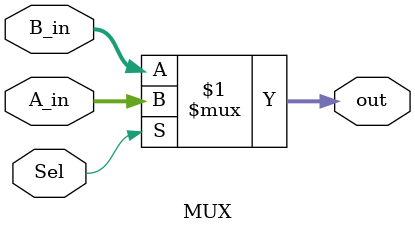
<source format=v>
`timescale 1ns / 1ps


module MUX #(
    parameter SIZE = 32
    )
    (
        input wire [SIZE-1:0] A_in,
        input wire [SIZE-1:0] B_in,
        input wire Sel,
        output wire [SIZE-1:0] out
    );
    assign out = (Sel)? A_in : B_in;
endmodule

</source>
